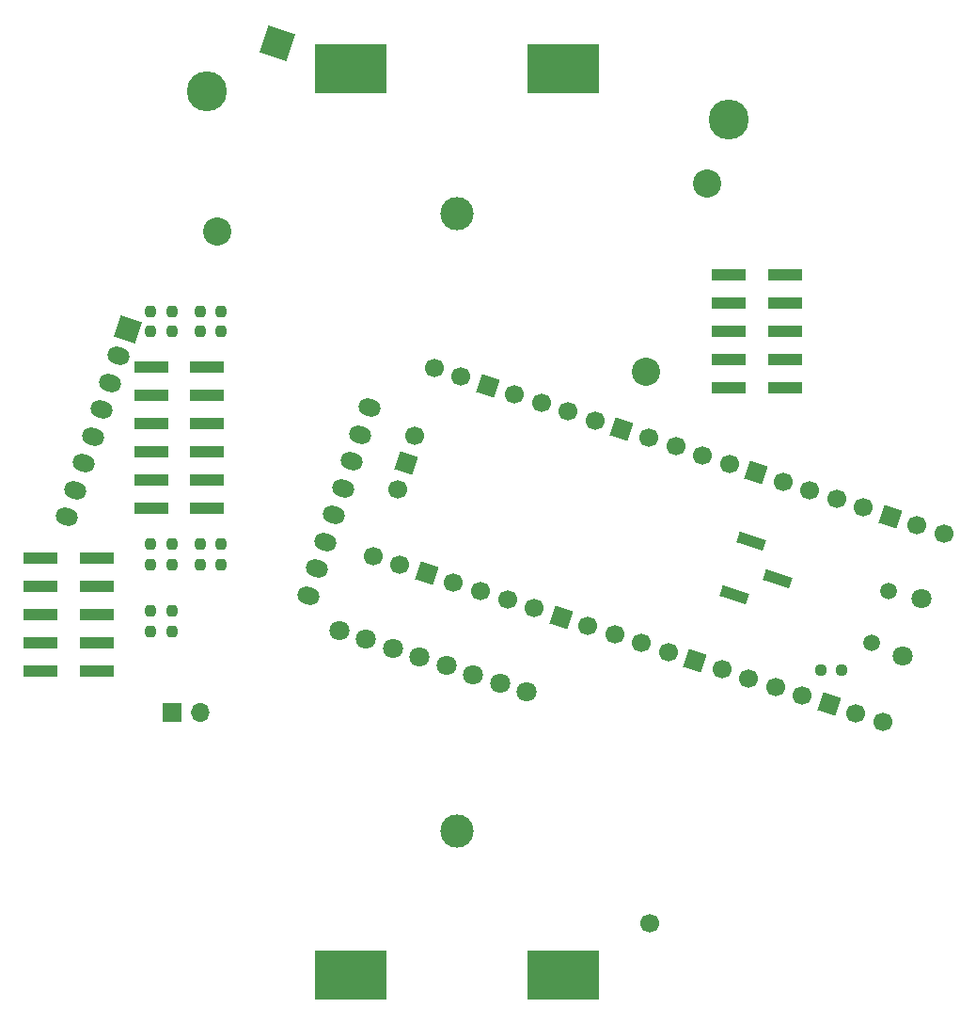
<source format=gbr>
%TF.GenerationSoftware,KiCad,Pcbnew,(6.0.2)*%
%TF.CreationDate,2022-05-01T12:50:51-07:00*%
%TF.ProjectId,controller,636f6e74-726f-46c6-9c65-722e6b696361,rev?*%
%TF.SameCoordinates,Original*%
%TF.FileFunction,Soldermask,Bot*%
%TF.FilePolarity,Negative*%
%FSLAX46Y46*%
G04 Gerber Fmt 4.6, Leading zero omitted, Abs format (unit mm)*
G04 Created by KiCad (PCBNEW (6.0.2)) date 2022-05-01 12:50:51*
%MOMM*%
%LPD*%
G01*
G04 APERTURE LIST*
G04 Aperture macros list*
%AMRoundRect*
0 Rectangle with rounded corners*
0 $1 Rounding radius*
0 $2 $3 $4 $5 $6 $7 $8 $9 X,Y pos of 4 corners*
0 Add a 4 corners polygon primitive as box body*
4,1,4,$2,$3,$4,$5,$6,$7,$8,$9,$2,$3,0*
0 Add four circle primitives for the rounded corners*
1,1,$1+$1,$2,$3*
1,1,$1+$1,$4,$5*
1,1,$1+$1,$6,$7*
1,1,$1+$1,$8,$9*
0 Add four rect primitives between the rounded corners*
20,1,$1+$1,$2,$3,$4,$5,0*
20,1,$1+$1,$4,$5,$6,$7,0*
20,1,$1+$1,$6,$7,$8,$9,0*
20,1,$1+$1,$8,$9,$2,$3,0*%
%AMHorizOval*
0 Thick line with rounded ends*
0 $1 width*
0 $2 $3 position (X,Y) of the first rounded end (center of the circle)*
0 $4 $5 position (X,Y) of the second rounded end (center of the circle)*
0 Add line between two ends*
20,1,$1,$2,$3,$4,$5,0*
0 Add two circle primitives to create the rounded ends*
1,1,$1,$2,$3*
1,1,$1,$4,$5*%
%AMRotRect*
0 Rectangle, with rotation*
0 The origin of the aperture is its center*
0 $1 length*
0 $2 width*
0 $3 Rotation angle, in degrees counterclockwise*
0 Add horizontal line*
21,1,$1,$2,0,0,$3*%
G04 Aperture macros list end*
%ADD10HorizOval,1.500000X0.000000X0.000000X0.000000X0.000000X0*%
%ADD11HorizOval,1.800000X0.000000X0.000000X0.000000X0.000000X0*%
%ADD12HorizOval,1.700000X0.000000X0.000000X0.000000X0.000000X0*%
%ADD13RotRect,1.700000X1.700000X252.000000*%
%ADD14RotRect,2.540000X2.540000X342.000000*%
%ADD15C,2.540000*%
%ADD16C,3.600000*%
%ADD17RotRect,2.000000X2.000000X342.000000*%
%ADD18HorizOval,1.600000X0.190211X-0.061803X-0.190211X0.061803X0*%
%ADD19C,1.800000*%
%ADD20R,3.150000X1.000000*%
%ADD21C,3.000000*%
%ADD22C,1.700000*%
%ADD23R,6.500000X4.400000*%
%ADD24RoundRect,0.237500X0.237500X-0.250000X0.237500X0.250000X-0.237500X0.250000X-0.237500X-0.250000X0*%
%ADD25R,1.700000X1.700000*%
%ADD26O,1.700000X1.700000*%
%ADD27RotRect,2.510000X1.000000X342.000000*%
%ADD28RoundRect,0.237500X0.250000X0.237500X-0.250000X0.237500X-0.250000X-0.237500X0.250000X-0.237500X0*%
G04 APERTURE END LIST*
D10*
%TO.C,U1*%
X192770752Y-91311409D03*
D11*
X195745159Y-91962414D03*
D10*
X191272020Y-95924033D03*
D11*
X194061016Y-97145672D03*
D12*
X197773886Y-86139323D03*
X195358202Y-85354419D03*
D13*
X192942519Y-84569516D03*
D12*
X190526835Y-83784613D03*
X188111152Y-82999710D03*
X185695468Y-82214807D03*
X183279785Y-81429904D03*
D13*
X180864101Y-80645000D03*
D12*
X178448417Y-79860097D03*
X176032734Y-79075194D03*
X173617050Y-78290291D03*
X171201367Y-77505388D03*
D13*
X168785683Y-76720485D03*
D12*
X166370000Y-75935581D03*
X163954316Y-75150678D03*
X161538633Y-74365775D03*
X159122949Y-73580872D03*
D13*
X156707265Y-72795969D03*
D12*
X154291582Y-72011066D03*
X151875898Y-71226162D03*
X146381576Y-88135947D03*
X148797260Y-88920851D03*
D13*
X151212943Y-89705754D03*
D12*
X153628627Y-90490657D03*
X156044310Y-91275560D03*
X158459994Y-92060463D03*
X160875677Y-92845366D03*
D13*
X163291361Y-93630270D03*
D12*
X165707045Y-94415173D03*
X168122728Y-95200076D03*
X170538412Y-95984979D03*
X172954095Y-96769882D03*
D13*
X175369779Y-97554785D03*
D12*
X177785462Y-98339689D03*
X180201146Y-99124592D03*
X182616829Y-99909495D03*
X185032513Y-100694398D03*
D13*
X187448197Y-101479301D03*
D12*
X189863880Y-102264204D03*
X192279564Y-103049108D03*
X150132383Y-77336445D03*
D13*
X149347480Y-79752129D03*
D12*
X148562577Y-82167812D03*
%TD*%
D14*
%TO.C,U3*%
X137795000Y-42051549D03*
D15*
X132300678Y-58961334D03*
X170951615Y-71519785D03*
X176445937Y-54610000D03*
%TD*%
D16*
%TO.C,J11*%
X131445000Y-46355000D03*
%TD*%
D17*
%TO.C,U2*%
X124273461Y-67728137D03*
D18*
X123488558Y-70143821D03*
X122703655Y-72559504D03*
X121918752Y-74975188D03*
X121133848Y-77390871D03*
X120348945Y-79806555D03*
X119564042Y-82222238D03*
X118779139Y-84637922D03*
X140520291Y-91702050D03*
X141305194Y-89286367D03*
X142090097Y-86870683D03*
X142875000Y-84455000D03*
X143659903Y-82039316D03*
X144444807Y-79623633D03*
X145229710Y-77207949D03*
X146014613Y-74792265D03*
%TD*%
D19*
%TO.C,U4*%
X160230798Y-100355611D03*
X157815114Y-99570708D03*
X155399431Y-98785804D03*
X152983747Y-98000901D03*
X150568064Y-97215998D03*
X148152380Y-96431095D03*
X145736696Y-95646192D03*
X143321013Y-94861289D03*
%TD*%
D16*
%TO.C,J10*%
X178435000Y-48895000D03*
%TD*%
D20*
%TO.C,J4*%
X121500000Y-88300000D03*
X116450000Y-88300000D03*
X121500000Y-90840000D03*
X116450000Y-90840000D03*
X121500000Y-93380000D03*
X116450000Y-93380000D03*
X121500000Y-95920000D03*
X116450000Y-95920000D03*
X121500000Y-98460000D03*
X116450000Y-98460000D03*
%TD*%
D21*
%TO.C,BT1*%
X153930000Y-57340000D03*
X153930000Y-112840000D03*
D22*
X171280000Y-121140000D03*
D23*
X163480000Y-125840000D03*
X163480000Y-44340000D03*
X144380000Y-44340000D03*
X144380000Y-125840000D03*
%TD*%
D20*
%TO.C,J6*%
X131445000Y-71120000D03*
X126395000Y-71120000D03*
X131445000Y-73660000D03*
X126395000Y-73660000D03*
X131445000Y-76200000D03*
X126395000Y-76200000D03*
X131445000Y-78740000D03*
X126395000Y-78740000D03*
X131445000Y-81280000D03*
X126395000Y-81280000D03*
X131445000Y-83820000D03*
X126395000Y-83820000D03*
%TD*%
D24*
%TO.C,R9*%
X128270000Y-88900000D03*
X128270000Y-87075000D03*
%TD*%
%TO.C,R2*%
X130810000Y-67945000D03*
X130810000Y-66120000D03*
%TD*%
%TO.C,R1*%
X132715000Y-67945000D03*
X132715000Y-66120000D03*
%TD*%
%TO.C,R3*%
X128270000Y-67945000D03*
X128270000Y-66120000D03*
%TD*%
%TO.C,R5*%
X132715000Y-88900000D03*
X132715000Y-87075000D03*
%TD*%
D20*
%TO.C,J5*%
X183485000Y-62865000D03*
X178435000Y-62865000D03*
X183485000Y-65405000D03*
X178435000Y-65405000D03*
X183485000Y-67945000D03*
X178435000Y-67945000D03*
X183485000Y-70485000D03*
X178435000Y-70485000D03*
X183485000Y-73025000D03*
X178435000Y-73025000D03*
%TD*%
D25*
%TO.C,JP1*%
X128270000Y-102235000D03*
D26*
X130810000Y-102235000D03*
%TD*%
D27*
%TO.C,J7*%
X178863991Y-91593355D03*
X182796892Y-90200518D03*
X180433798Y-86761988D03*
%TD*%
D24*
%TO.C,R12*%
X126365000Y-94892500D03*
X126365000Y-93067500D03*
%TD*%
%TO.C,R4*%
X126365000Y-67945000D03*
X126365000Y-66120000D03*
%TD*%
D28*
%TO.C,R19*%
X188515000Y-98425000D03*
X186690000Y-98425000D03*
%TD*%
D24*
%TO.C,R10*%
X126365000Y-88900000D03*
X126365000Y-87075000D03*
%TD*%
%TO.C,R11*%
X128270000Y-94892500D03*
X128270000Y-93067500D03*
%TD*%
%TO.C,R8*%
X130810000Y-88900000D03*
X130810000Y-87075000D03*
%TD*%
M02*

</source>
